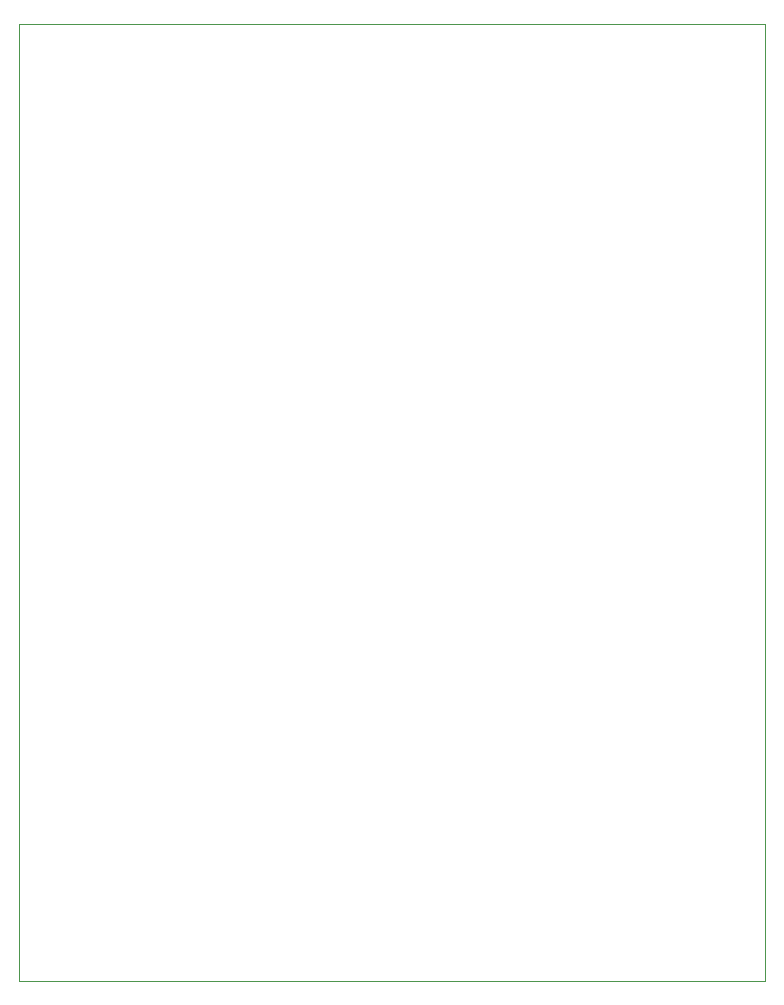
<source format=gbr>
%TF.GenerationSoftware,KiCad,Pcbnew,9.0.2-9.0.2-0~ubuntu25.04.1*%
%TF.CreationDate,2025-06-28T22:06:06-04:00*%
%TF.ProjectId,hackpad,6861636b-7061-4642-9e6b-696361645f70,rev?*%
%TF.SameCoordinates,Original*%
%TF.FileFunction,Profile,NP*%
%FSLAX46Y46*%
G04 Gerber Fmt 4.6, Leading zero omitted, Abs format (unit mm)*
G04 Created by KiCad (PCBNEW 9.0.2-9.0.2-0~ubuntu25.04.1) date 2025-06-28 22:06:06*
%MOMM*%
%LPD*%
G01*
G04 APERTURE LIST*
%TA.AperFunction,Profile*%
%ADD10C,0.050000*%
%TD*%
G04 APERTURE END LIST*
D10*
X47625000Y-50006250D02*
X110811838Y-50006250D01*
X110811838Y-131001838D01*
X47625000Y-131001838D01*
X47625000Y-50006250D01*
M02*

</source>
